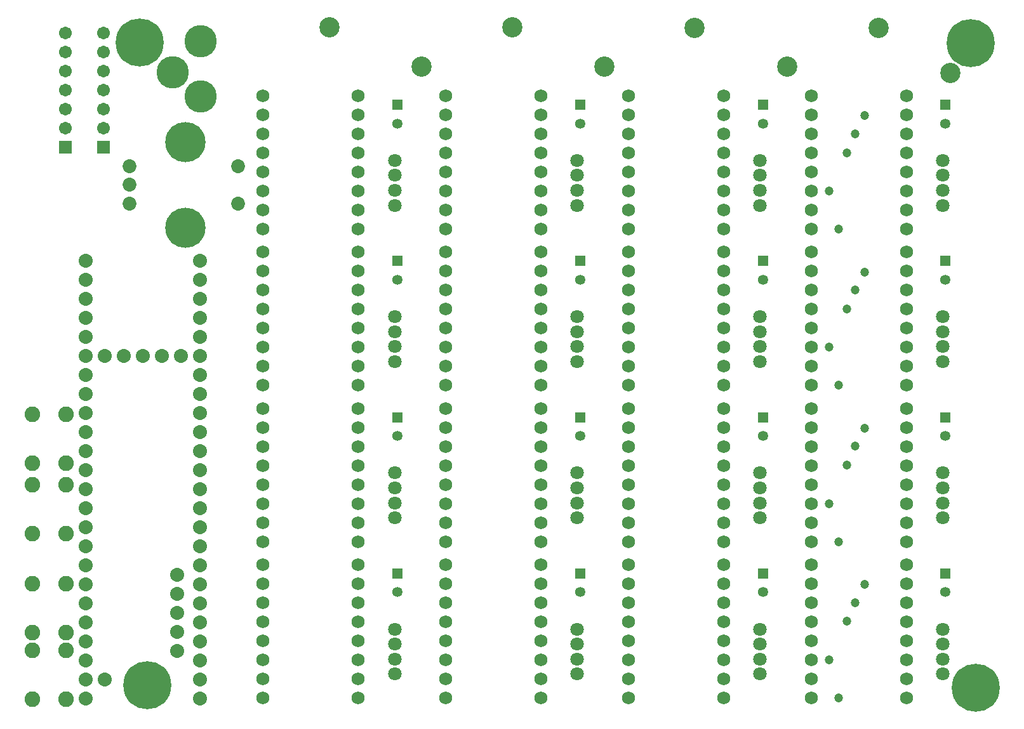
<source format=gts>
G04*
G04 #@! TF.GenerationSoftware,Altium Limited,Altium Designer,21.3.1 (25)*
G04*
G04 Layer_Color=8388736*
%FSLAX25Y25*%
%MOIN*%
G70*
G04*
G04 #@! TF.SameCoordinates,7C546B25-A564-4243-A2DC-5418B6E61E03*
G04*
G04*
G04 #@! TF.FilePolarity,Negative*
G04*
G01*
G75*
%ADD16C,0.07296*%
%ADD17C,0.21119*%
%ADD18C,0.08200*%
%ADD19C,0.07355*%
%ADD20C,0.25210*%
%ADD21C,0.03753*%
%ADD22C,0.06800*%
%ADD23C,0.06706*%
%ADD24R,0.06706X0.06706*%
%ADD25C,0.17000*%
%ADD26C,0.07099*%
%ADD27R,0.05328X0.05328*%
%ADD28C,0.05328*%
%ADD29C,0.10642*%
%ADD30C,0.04737*%
D16*
X113385Y292520D02*
D03*
Y272835D02*
D03*
X56299Y292520D02*
D03*
Y272835D02*
D03*
Y282678D02*
D03*
D17*
X85826Y305119D02*
D03*
Y260237D02*
D03*
D18*
X5273Y136442D02*
D03*
Y162042D02*
D03*
X23073Y136442D02*
D03*
Y162042D02*
D03*
X5273Y99594D02*
D03*
Y125194D02*
D03*
X23073Y99594D02*
D03*
Y125194D02*
D03*
X5273Y12397D02*
D03*
Y37997D02*
D03*
X23073Y12397D02*
D03*
Y37997D02*
D03*
X5273Y47436D02*
D03*
Y73036D02*
D03*
X23073Y47436D02*
D03*
Y73036D02*
D03*
D19*
X33504Y112836D02*
D03*
Y102836D02*
D03*
X93504Y12836D02*
D03*
X33504Y22836D02*
D03*
Y152836D02*
D03*
X43504Y22836D02*
D03*
X93504D02*
D03*
X33504Y12836D02*
D03*
Y32836D02*
D03*
X81496Y37836D02*
D03*
Y47836D02*
D03*
Y57836D02*
D03*
Y67836D02*
D03*
Y77836D02*
D03*
X43504Y192836D02*
D03*
X53504D02*
D03*
X63504D02*
D03*
X73504D02*
D03*
X83504D02*
D03*
X93504Y152836D02*
D03*
X33504Y162836D02*
D03*
Y172836D02*
D03*
Y182836D02*
D03*
Y192836D02*
D03*
Y202836D02*
D03*
Y212836D02*
D03*
Y222836D02*
D03*
Y232836D02*
D03*
Y242836D02*
D03*
X93504D02*
D03*
Y232836D02*
D03*
Y222836D02*
D03*
Y212836D02*
D03*
Y202836D02*
D03*
Y192836D02*
D03*
Y182836D02*
D03*
Y172836D02*
D03*
Y162836D02*
D03*
X33504Y42836D02*
D03*
Y52836D02*
D03*
Y62836D02*
D03*
Y72836D02*
D03*
Y82836D02*
D03*
Y92836D02*
D03*
Y122836D02*
D03*
Y132836D02*
D03*
Y142836D02*
D03*
X93504D02*
D03*
Y132836D02*
D03*
Y122836D02*
D03*
Y112836D02*
D03*
Y102836D02*
D03*
Y92836D02*
D03*
Y82836D02*
D03*
Y72836D02*
D03*
Y62836D02*
D03*
Y52836D02*
D03*
Y42836D02*
D03*
Y32836D02*
D03*
D20*
X65748Y19685D02*
D03*
X61811Y357480D02*
D03*
X500787Y18504D02*
D03*
X498032Y357087D02*
D03*
D21*
X75748Y19185D02*
D03*
X73248Y26185D02*
D03*
X65748Y29528D02*
D03*
X58465Y26378D02*
D03*
X56004Y19685D02*
D03*
X59153Y12598D02*
D03*
X65748Y9646D02*
D03*
X72933Y12992D02*
D03*
X71811Y356980D02*
D03*
X69311Y363980D02*
D03*
X61811Y367323D02*
D03*
X54528Y364173D02*
D03*
X52067Y357480D02*
D03*
X55216Y350394D02*
D03*
X61811Y347441D02*
D03*
X68996Y350787D02*
D03*
X507972Y11811D02*
D03*
X500787Y8465D02*
D03*
X494193Y11417D02*
D03*
X491043Y18504D02*
D03*
X493504Y25197D02*
D03*
X500787Y28346D02*
D03*
X508287Y25004D02*
D03*
X510787Y18004D02*
D03*
X505217Y350394D02*
D03*
X498032Y347047D02*
D03*
X491437Y350000D02*
D03*
X488287Y357087D02*
D03*
X490748Y363779D02*
D03*
X498032Y366929D02*
D03*
X505532Y363587D02*
D03*
X508032Y356587D02*
D03*
D22*
X126457Y83150D02*
D03*
Y73150D02*
D03*
Y63150D02*
D03*
Y53150D02*
D03*
Y43150D02*
D03*
Y33150D02*
D03*
Y23150D02*
D03*
Y13150D02*
D03*
X176457D02*
D03*
Y23150D02*
D03*
Y33150D02*
D03*
Y43150D02*
D03*
Y53150D02*
D03*
Y63150D02*
D03*
Y73150D02*
D03*
Y83150D02*
D03*
X222378D02*
D03*
Y73150D02*
D03*
Y63150D02*
D03*
Y53150D02*
D03*
Y43150D02*
D03*
Y33150D02*
D03*
Y23150D02*
D03*
Y13150D02*
D03*
X272378D02*
D03*
Y23150D02*
D03*
Y33150D02*
D03*
Y43150D02*
D03*
Y53150D02*
D03*
Y63150D02*
D03*
Y73150D02*
D03*
Y83150D02*
D03*
X464221Y329386D02*
D03*
Y319386D02*
D03*
Y309386D02*
D03*
Y299386D02*
D03*
Y289386D02*
D03*
Y279386D02*
D03*
Y269386D02*
D03*
Y259386D02*
D03*
X414221D02*
D03*
Y269386D02*
D03*
Y279386D02*
D03*
Y289386D02*
D03*
Y299386D02*
D03*
Y309386D02*
D03*
Y319386D02*
D03*
Y329386D02*
D03*
X318299D02*
D03*
Y319386D02*
D03*
Y309386D02*
D03*
Y299386D02*
D03*
Y289386D02*
D03*
Y279386D02*
D03*
Y269386D02*
D03*
Y259386D02*
D03*
X368299D02*
D03*
Y269386D02*
D03*
Y279386D02*
D03*
Y289386D02*
D03*
Y299386D02*
D03*
Y309386D02*
D03*
Y319386D02*
D03*
Y329386D02*
D03*
X272378D02*
D03*
Y319386D02*
D03*
Y309386D02*
D03*
Y299386D02*
D03*
Y289386D02*
D03*
Y279386D02*
D03*
Y269386D02*
D03*
Y259386D02*
D03*
X222378D02*
D03*
Y269386D02*
D03*
Y279386D02*
D03*
Y289386D02*
D03*
Y299386D02*
D03*
Y309386D02*
D03*
Y319386D02*
D03*
Y329386D02*
D03*
X126457D02*
D03*
Y319386D02*
D03*
Y309386D02*
D03*
Y299386D02*
D03*
Y289386D02*
D03*
Y279386D02*
D03*
Y269386D02*
D03*
Y259386D02*
D03*
X176457D02*
D03*
Y269386D02*
D03*
Y279386D02*
D03*
Y289386D02*
D03*
Y299386D02*
D03*
Y309386D02*
D03*
Y319386D02*
D03*
Y329386D02*
D03*
X464221Y247307D02*
D03*
Y237307D02*
D03*
Y227307D02*
D03*
Y217307D02*
D03*
Y207307D02*
D03*
Y197307D02*
D03*
Y187307D02*
D03*
Y177307D02*
D03*
X414221D02*
D03*
Y187307D02*
D03*
Y197307D02*
D03*
Y207307D02*
D03*
Y217307D02*
D03*
Y227307D02*
D03*
Y237307D02*
D03*
Y247307D02*
D03*
X318299D02*
D03*
Y237307D02*
D03*
Y227307D02*
D03*
Y217307D02*
D03*
Y207307D02*
D03*
Y197307D02*
D03*
Y187307D02*
D03*
Y177307D02*
D03*
X368299D02*
D03*
Y187307D02*
D03*
Y197307D02*
D03*
Y207307D02*
D03*
Y217307D02*
D03*
Y227307D02*
D03*
Y237307D02*
D03*
Y247307D02*
D03*
X272378D02*
D03*
Y237307D02*
D03*
Y227307D02*
D03*
Y217307D02*
D03*
Y207307D02*
D03*
Y197307D02*
D03*
Y187307D02*
D03*
Y177307D02*
D03*
X222378D02*
D03*
Y187307D02*
D03*
Y197307D02*
D03*
Y207307D02*
D03*
Y217307D02*
D03*
Y227307D02*
D03*
Y237307D02*
D03*
Y247307D02*
D03*
X126457D02*
D03*
Y237307D02*
D03*
Y227307D02*
D03*
Y217307D02*
D03*
Y207307D02*
D03*
Y197307D02*
D03*
Y187307D02*
D03*
Y177307D02*
D03*
X176457D02*
D03*
Y187307D02*
D03*
Y197307D02*
D03*
Y207307D02*
D03*
Y217307D02*
D03*
Y227307D02*
D03*
Y237307D02*
D03*
Y247307D02*
D03*
X464221Y165228D02*
D03*
Y155228D02*
D03*
Y145228D02*
D03*
Y135228D02*
D03*
Y125228D02*
D03*
Y115228D02*
D03*
Y105228D02*
D03*
Y95228D02*
D03*
X414221D02*
D03*
Y105228D02*
D03*
Y115228D02*
D03*
Y125228D02*
D03*
Y135228D02*
D03*
Y145228D02*
D03*
Y155228D02*
D03*
Y165228D02*
D03*
X318299D02*
D03*
Y155228D02*
D03*
Y145228D02*
D03*
Y135228D02*
D03*
Y125228D02*
D03*
Y115228D02*
D03*
Y105228D02*
D03*
Y95228D02*
D03*
X368299D02*
D03*
Y105228D02*
D03*
Y115228D02*
D03*
Y125228D02*
D03*
Y135228D02*
D03*
Y145228D02*
D03*
Y155228D02*
D03*
Y165228D02*
D03*
X272378D02*
D03*
Y155228D02*
D03*
Y145228D02*
D03*
Y135228D02*
D03*
Y125228D02*
D03*
Y115228D02*
D03*
Y105228D02*
D03*
Y95228D02*
D03*
X222378D02*
D03*
Y105228D02*
D03*
Y115228D02*
D03*
Y125228D02*
D03*
Y135228D02*
D03*
Y145228D02*
D03*
Y155228D02*
D03*
Y165228D02*
D03*
X126457D02*
D03*
Y155228D02*
D03*
Y145228D02*
D03*
Y135228D02*
D03*
Y125228D02*
D03*
Y115228D02*
D03*
Y105228D02*
D03*
Y95228D02*
D03*
X176457D02*
D03*
Y105228D02*
D03*
Y115228D02*
D03*
Y125228D02*
D03*
Y135228D02*
D03*
Y145228D02*
D03*
Y155228D02*
D03*
Y165228D02*
D03*
X464221Y83150D02*
D03*
Y73150D02*
D03*
Y63150D02*
D03*
Y53150D02*
D03*
Y43150D02*
D03*
Y33150D02*
D03*
Y23150D02*
D03*
Y13150D02*
D03*
X414221D02*
D03*
Y23150D02*
D03*
Y33150D02*
D03*
Y43150D02*
D03*
Y53150D02*
D03*
Y63150D02*
D03*
Y73150D02*
D03*
Y83150D02*
D03*
X318299D02*
D03*
Y73150D02*
D03*
Y63150D02*
D03*
Y53150D02*
D03*
Y43150D02*
D03*
Y33150D02*
D03*
Y23150D02*
D03*
Y13150D02*
D03*
X368299D02*
D03*
Y23150D02*
D03*
Y33150D02*
D03*
Y43150D02*
D03*
Y53150D02*
D03*
Y63150D02*
D03*
Y73150D02*
D03*
Y83150D02*
D03*
D23*
X42830Y362362D02*
D03*
Y352362D02*
D03*
Y342362D02*
D03*
Y332362D02*
D03*
Y312362D02*
D03*
Y322362D02*
D03*
X22830Y362362D02*
D03*
Y352362D02*
D03*
Y342362D02*
D03*
Y332362D02*
D03*
Y312362D02*
D03*
Y322362D02*
D03*
D24*
X42830Y302362D02*
D03*
X22830D02*
D03*
D25*
X93701Y329221D02*
D03*
X93601Y358043D02*
D03*
X78892Y341732D02*
D03*
D26*
X291457Y25650D02*
D03*
Y33524D02*
D03*
Y41398D02*
D03*
Y49272D02*
D03*
X195535Y25650D02*
D03*
Y33524D02*
D03*
Y41398D02*
D03*
Y49272D02*
D03*
X387378Y25650D02*
D03*
Y33524D02*
D03*
Y41398D02*
D03*
Y49272D02*
D03*
X483299D02*
D03*
Y41398D02*
D03*
Y33524D02*
D03*
Y25650D02*
D03*
X195535Y107728D02*
D03*
Y115602D02*
D03*
Y123476D02*
D03*
Y131350D02*
D03*
X291457D02*
D03*
Y123476D02*
D03*
Y115602D02*
D03*
Y107728D02*
D03*
X387378D02*
D03*
Y115602D02*
D03*
Y123476D02*
D03*
Y131350D02*
D03*
X483299D02*
D03*
Y123476D02*
D03*
Y115602D02*
D03*
Y107728D02*
D03*
X195535Y189807D02*
D03*
Y197681D02*
D03*
Y205555D02*
D03*
Y213429D02*
D03*
X291457D02*
D03*
Y205555D02*
D03*
Y197681D02*
D03*
Y189807D02*
D03*
X387378D02*
D03*
Y197681D02*
D03*
Y205555D02*
D03*
Y213429D02*
D03*
X483299D02*
D03*
Y205555D02*
D03*
Y197681D02*
D03*
Y189807D02*
D03*
X195535Y271886D02*
D03*
Y279760D02*
D03*
Y287634D02*
D03*
Y295508D02*
D03*
X291457D02*
D03*
Y287634D02*
D03*
Y279760D02*
D03*
Y271886D02*
D03*
X387378D02*
D03*
Y279760D02*
D03*
Y287634D02*
D03*
Y295508D02*
D03*
X483299D02*
D03*
Y287634D02*
D03*
Y279760D02*
D03*
Y271886D02*
D03*
D27*
X292957Y78492D02*
D03*
X484799Y324728D02*
D03*
X388878D02*
D03*
X292957D02*
D03*
X197035D02*
D03*
X484799Y242650D02*
D03*
X388878D02*
D03*
X292957D02*
D03*
X197035D02*
D03*
X484799Y160571D02*
D03*
X388878D02*
D03*
X292957D02*
D03*
X197035D02*
D03*
X484799Y78492D02*
D03*
X388878D02*
D03*
X197035D02*
D03*
D28*
X292957Y68650D02*
D03*
X484799Y314886D02*
D03*
X388878D02*
D03*
X292957D02*
D03*
X197035D02*
D03*
X484799Y232807D02*
D03*
X388878D02*
D03*
X292957D02*
D03*
X197035D02*
D03*
X484799Y150728D02*
D03*
X388878D02*
D03*
X292957D02*
D03*
X197035D02*
D03*
X484799Y68650D02*
D03*
X388878D02*
D03*
X197035D02*
D03*
D29*
X487402Y341339D02*
D03*
X209732Y344882D02*
D03*
X305654D02*
D03*
X401575D02*
D03*
X353163Y365073D02*
D03*
X161417Y365354D02*
D03*
X449613Y365122D02*
D03*
X257388Y365314D02*
D03*
D30*
X442205Y318976D02*
D03*
Y72740D02*
D03*
Y154819D02*
D03*
Y236898D02*
D03*
X432976Y135449D02*
D03*
Y217528D02*
D03*
X432976Y299606D02*
D03*
X437417Y309449D02*
D03*
Y227370D02*
D03*
Y145291D02*
D03*
Y63213D02*
D03*
X432976Y53370D02*
D03*
X428740Y259386D02*
D03*
X423622Y279386D02*
D03*
X428740Y177307D02*
D03*
X423622Y197307D02*
D03*
X428740Y95228D02*
D03*
X423622Y115228D02*
D03*
Y33150D02*
D03*
X428740Y13150D02*
D03*
M02*

</source>
